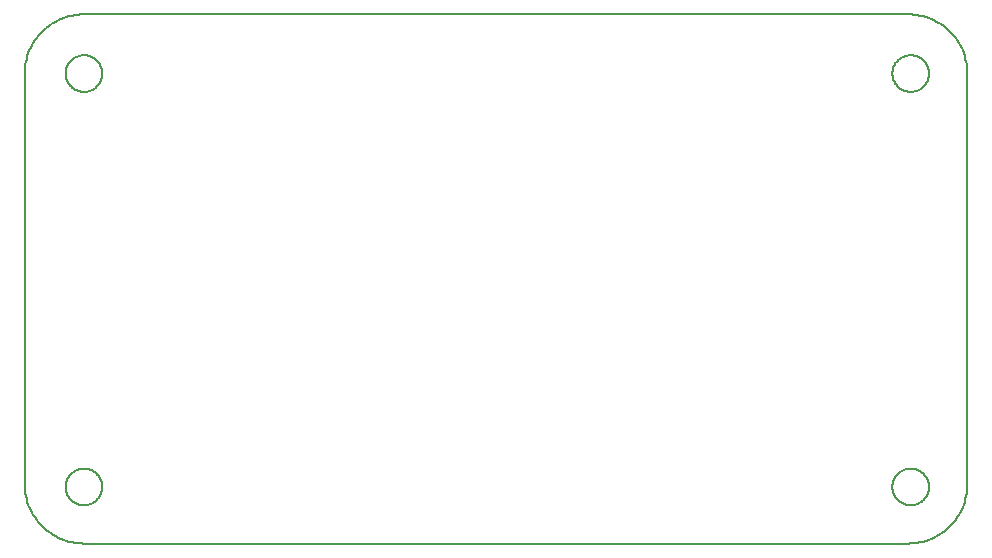
<source format=gm1>
%TF.GenerationSoftware,KiCad,Pcbnew,7.0.10*%
%TF.CreationDate,2024-02-26T14:54:02+00:00*%
%TF.ProjectId,rp2040_game_con,72703230-3430-45f6-9761-6d655f636f6e,rev?*%
%TF.SameCoordinates,Original*%
%TF.FileFunction,Profile,NP*%
%FSLAX46Y46*%
G04 Gerber Fmt 4.6, Leading zero omitted, Abs format (unit mm)*
G04 Created by KiCad (PCBNEW 7.0.10) date 2024-02-26 14:54:02*
%MOMM*%
%LPD*%
G01*
G04 APERTURE LIST*
%TA.AperFunction,Profile*%
%ADD10C,0.199999*%
%TD*%
G04 APERTURE END LIST*
D10*
X153514038Y-79996049D02*
X153457797Y-79947331D01*
X159293480Y-78857294D02*
X159274172Y-79111217D01*
X153019665Y-78339070D02*
X153044034Y-78267050D01*
X83457815Y-79947331D02*
X83403985Y-79896009D01*
X158907061Y-80546223D02*
X158806932Y-80767704D01*
X83633380Y-45085284D02*
X83572610Y-45042070D01*
X79601583Y-42792326D02*
X79657414Y-42550423D01*
X82998798Y-44187369D02*
X82981491Y-44112379D01*
X153827994Y-42402848D02*
X153896653Y-42371808D01*
X154812362Y-80318504D02*
X154736033Y-80332135D01*
X83967058Y-77344049D02*
X84039077Y-77319681D01*
X83828011Y-42402848D02*
X83896670Y-42371808D01*
X82958003Y-78641513D02*
X82967860Y-78563942D01*
X82967860Y-78563942D02*
X82981491Y-78487613D01*
X155897139Y-43128012D02*
X155928179Y-43196671D01*
X153044034Y-79332934D02*
X153019665Y-79260914D01*
X85928192Y-78196663D02*
X85955945Y-78267050D01*
X84341521Y-77257999D02*
X84420237Y-77252013D01*
X152951997Y-43879763D02*
X152949980Y-43800000D01*
X155061436Y-83542384D02*
X154811207Y-83574180D01*
X83352662Y-44842185D02*
X83303945Y-44785944D01*
X155742055Y-44727390D02*
X155696040Y-44785944D01*
X83457815Y-77652656D02*
X83514056Y-77603939D01*
X155696040Y-42814057D02*
X155742055Y-42872611D01*
X82967860Y-79036041D02*
X82958003Y-78958470D01*
X159242375Y-43038550D02*
X159274172Y-43288780D01*
X153514038Y-42603946D02*
X153572593Y-42557931D01*
X82952017Y-43879763D02*
X82950000Y-43800000D01*
X153352644Y-42757816D02*
X153403966Y-42703986D01*
X154736033Y-80332135D02*
X154658462Y-80341992D01*
X154579746Y-45347983D02*
X154499983Y-45349999D01*
X156467692Y-39293056D02*
X156683282Y-39403474D01*
X153214697Y-42933381D02*
X153257911Y-42872611D01*
X153457797Y-77652656D02*
X153514038Y-77603939D01*
X83633380Y-77514711D02*
X83696268Y-77474394D01*
X86047982Y-78879754D02*
X86041996Y-78958470D01*
X82967860Y-43563951D02*
X82981491Y-43487621D01*
X155171973Y-77402842D02*
X155238806Y-77437072D01*
X85542184Y-44947338D02*
X85485943Y-44996055D01*
X156041984Y-78958470D02*
X156032127Y-79036041D01*
X155955932Y-44332942D02*
X155928179Y-44403330D01*
X84499999Y-77249996D02*
X84579762Y-77252013D01*
X155980301Y-43339078D02*
X156001188Y-43412631D01*
X153257911Y-77872604D02*
X153303926Y-77814050D01*
X155596000Y-77703979D02*
X155647323Y-77757809D01*
X156032127Y-43563951D02*
X156041984Y-43641522D01*
X156892667Y-82876129D02*
X156683282Y-82996523D01*
X84187621Y-77281487D02*
X84263950Y-77267856D01*
X152957983Y-78958470D02*
X152951997Y-78879754D01*
X153044034Y-78267050D02*
X153071787Y-78196663D01*
X85785283Y-79666612D02*
X85742069Y-79727382D01*
X84499999Y-42250001D02*
X84579762Y-42252018D01*
X155696040Y-44785944D02*
X155647323Y-44842185D01*
X85825600Y-44603731D02*
X85785283Y-44666620D01*
X81138113Y-40098911D02*
X81319536Y-39941758D01*
X81704453Y-82746075D02*
X81508421Y-82606673D01*
X155647323Y-42757816D02*
X155696040Y-42814057D01*
X84263950Y-42267861D02*
X84341521Y-42258004D01*
X83214716Y-79666612D02*
X83174399Y-79603724D01*
X85103329Y-42371808D02*
X85171988Y-42402848D01*
X155366604Y-42514717D02*
X155427374Y-42557931D01*
X153019665Y-44260923D02*
X152998778Y-44187369D01*
X83044054Y-79332934D02*
X83019685Y-79260914D01*
X84112630Y-42298800D02*
X84187621Y-42281492D01*
X85366619Y-45085284D02*
X85303730Y-45125601D01*
X156049986Y-43800000D02*
X156047969Y-43879763D01*
X84112630Y-80301196D02*
X84039077Y-80280309D01*
X85485943Y-42603946D02*
X85542184Y-42652663D01*
X158306663Y-81591577D02*
X158158229Y-81780461D01*
X82332293Y-39293056D02*
X82553774Y-39192926D01*
X84187621Y-42281492D02*
X84263950Y-42267861D01*
X152981471Y-78487613D02*
X152998778Y-78412623D01*
X83896670Y-80228187D02*
X83828011Y-80197147D01*
X83044054Y-44332942D02*
X83019685Y-44260923D01*
X80641757Y-81780461D02*
X80493323Y-81591577D01*
X155786832Y-83375205D02*
X155549563Y-83442582D01*
X155955932Y-78267050D02*
X155980301Y-78339070D01*
X154112614Y-77298794D02*
X154187604Y-77281487D01*
X85647337Y-77757809D02*
X85696054Y-77814050D01*
X152951997Y-78879754D02*
X152949980Y-78799992D01*
X155825587Y-44603731D02*
X155785270Y-44666620D01*
X153102828Y-43128012D02*
X153137058Y-43061179D01*
X82116703Y-39403474D02*
X82332293Y-39293056D01*
X153214697Y-77933374D02*
X153257911Y-77872604D01*
X80964466Y-82135531D02*
X80798910Y-81961884D01*
X153071787Y-78196663D02*
X153102828Y-78128004D01*
X155103313Y-77371802D02*
X155171973Y-77402842D01*
X83738549Y-83542384D02*
X83492325Y-83498413D01*
X86018508Y-78487613D02*
X86032139Y-78563942D01*
X84736049Y-45332140D02*
X84658478Y-45341997D01*
X153137058Y-43061179D02*
X153174380Y-42996269D01*
X156049986Y-78799992D02*
X156047969Y-78879754D01*
X156047969Y-43879763D02*
X156041984Y-43958479D01*
X156001188Y-78412623D02*
X156018496Y-78487613D01*
X83896670Y-42371808D02*
X83967058Y-42344055D01*
X155303715Y-45125601D02*
X155238806Y-45162923D01*
X86047982Y-43879763D02*
X86041996Y-43958479D01*
X83214716Y-42933381D02*
X83257930Y-42872611D01*
X155825587Y-42996269D02*
X155862909Y-43061179D01*
X155542169Y-77652656D02*
X155596000Y-77703979D01*
X154960906Y-77319681D02*
X155032925Y-77344049D01*
X81508421Y-82606673D02*
X81319536Y-82458239D01*
X85825600Y-79603724D02*
X85785283Y-79666612D01*
X82981491Y-79112371D02*
X82967860Y-79036041D01*
X83019685Y-44260923D02*
X82998798Y-44187369D01*
X85785283Y-44666620D02*
X85742069Y-44727390D01*
X85427389Y-45042070D02*
X85366619Y-45085284D01*
X83250422Y-83442582D02*
X83013153Y-83375205D01*
X154960906Y-42319686D02*
X155032925Y-42344055D01*
X84887368Y-77298794D02*
X84960922Y-77319681D01*
X153102828Y-79471981D02*
X153071787Y-79403322D01*
X85303730Y-42474400D02*
X85366619Y-42514717D01*
X84039077Y-42319686D02*
X84112630Y-42298800D01*
X85928192Y-43196671D02*
X85955945Y-43267059D01*
X83303945Y-44785944D02*
X83257930Y-44727390D01*
X82967860Y-44036050D02*
X82958003Y-43958479D01*
X153967041Y-80255941D02*
X153896653Y-80228187D01*
X156018496Y-44112379D02*
X156001188Y-44187369D01*
X85647337Y-42757816D02*
X85696054Y-42814057D01*
X155238806Y-45162923D02*
X155171973Y-45197153D01*
X154420220Y-42252018D02*
X154499983Y-42250001D01*
X153257911Y-44727390D02*
X153214697Y-44666620D01*
X153019665Y-43339078D02*
X153044034Y-43267059D01*
X85366619Y-77514711D02*
X85427389Y-77557925D01*
X155862909Y-78061171D02*
X155897139Y-78128004D01*
X83019685Y-43339078D02*
X83044054Y-43267059D01*
X83044054Y-78267050D02*
X83071807Y-78196663D01*
X153102828Y-78128004D02*
X153137058Y-78061171D01*
X80493323Y-40808422D02*
X80641757Y-40619537D01*
X155696040Y-77814050D02*
X155742055Y-77872604D01*
X84579762Y-80347978D02*
X84499999Y-80349995D01*
X83137077Y-44538822D02*
X83102847Y-44471989D01*
X82952017Y-43720237D02*
X82958003Y-43641522D01*
X85785283Y-77933374D02*
X85825600Y-77996262D01*
X82952017Y-78720229D02*
X82958003Y-78641513D01*
X154263934Y-45332140D02*
X154187604Y-45318509D01*
X79601583Y-79607671D02*
X79557612Y-79361447D01*
X84960922Y-77319681D02*
X85032941Y-77344049D01*
X154112614Y-42298800D02*
X154187604Y-42281492D01*
X155427374Y-80042063D02*
X155366604Y-80085278D01*
X83896670Y-45228193D02*
X83828011Y-45197153D01*
X84242700Y-38806507D02*
X84499999Y-38800001D01*
X153174380Y-77996262D02*
X153214697Y-77933374D01*
X83303945Y-42814057D02*
X83352662Y-42757816D01*
X154960906Y-45280315D02*
X154887352Y-45301201D01*
X83071807Y-78196663D02*
X83102847Y-78128004D01*
X159075196Y-80086844D02*
X158996587Y-80319164D01*
X83696268Y-45125601D02*
X83633380Y-45085284D01*
X155928179Y-44403330D02*
X155897139Y-44471989D01*
X82981491Y-78487613D02*
X82998798Y-78412623D01*
X153071787Y-44403330D02*
X153044034Y-44332942D01*
X155785270Y-77933374D02*
X155825587Y-77996262D01*
X84812378Y-42281492D02*
X84887368Y-42298800D01*
X158696513Y-80983294D02*
X158576119Y-81192679D01*
X86047982Y-78720229D02*
X86049999Y-78799992D01*
X155032925Y-42344055D02*
X155103313Y-42371808D01*
X79525815Y-79111217D02*
X79506506Y-78857294D01*
X155862909Y-43061179D02*
X155897139Y-43128012D01*
X83492325Y-83498413D02*
X83250422Y-83442582D01*
X154811207Y-38825816D02*
X155061436Y-38857613D01*
X84658478Y-77257999D02*
X84736049Y-77267856D01*
X155485928Y-79996049D02*
X155427374Y-80042063D01*
X157661872Y-82301087D02*
X157480450Y-82458239D01*
X85303730Y-77474394D02*
X85366619Y-77514711D01*
X83403985Y-42703986D02*
X83457815Y-42652663D01*
X154039060Y-42319686D02*
X154112614Y-42298800D01*
X81508421Y-39793324D02*
X81704453Y-39653923D01*
X153457797Y-44947338D02*
X153403966Y-44896015D01*
X84420237Y-45347983D02*
X84341521Y-45341997D01*
X85955945Y-78267050D02*
X85980314Y-78339070D01*
X155171973Y-80197147D02*
X155103313Y-80228187D01*
X153403966Y-44896015D02*
X153352644Y-44842185D01*
X83214716Y-77933374D02*
X83257930Y-77872604D01*
X85696054Y-77814050D02*
X85742069Y-77872604D01*
X86041996Y-78958470D02*
X86032139Y-79036041D01*
X79657414Y-42550423D02*
X79724790Y-42313154D01*
X153827994Y-45197153D02*
X153761161Y-45162923D01*
X85171988Y-77402842D02*
X85238821Y-77437072D01*
X153303926Y-42814057D02*
X153352644Y-42757816D01*
X83102847Y-43128012D02*
X83137077Y-43061179D01*
X155897139Y-44471989D02*
X155862909Y-44538822D01*
X154736033Y-42267861D02*
X154812362Y-42281492D01*
X85427389Y-80042063D02*
X85366619Y-80085278D01*
X83137077Y-79538814D02*
X83102847Y-79471981D01*
X155785270Y-44666620D02*
X155742055Y-44727390D01*
X84112630Y-77298794D02*
X84187621Y-77281487D01*
X155103313Y-45228193D02*
X155032925Y-45255946D01*
X85596014Y-42703986D02*
X85647337Y-42757816D01*
X84812378Y-77281487D02*
X84887368Y-77298794D01*
X155032925Y-45255946D02*
X154960906Y-45280315D01*
X83013153Y-39024792D02*
X83250422Y-38957415D01*
X153761161Y-77437072D02*
X153827994Y-77402842D01*
X158001076Y-40438114D02*
X158158229Y-40619537D01*
X155366604Y-77514711D02*
X155427374Y-77557925D01*
X80223867Y-81192679D02*
X80103473Y-80983294D01*
X82981491Y-44112379D02*
X82967860Y-44036050D01*
X159198404Y-42792326D02*
X159242375Y-43038550D01*
X158158229Y-81780461D02*
X158001076Y-81961884D01*
X153403966Y-79896009D02*
X153352644Y-79842178D01*
X155825587Y-77996262D02*
X155862909Y-78061171D01*
X155549563Y-83442582D02*
X155307660Y-83498413D01*
X155485928Y-77603939D02*
X155542169Y-77652656D01*
X81704453Y-39653923D02*
X81907318Y-39523868D01*
X83137077Y-78061171D02*
X83174399Y-77996262D01*
X80641757Y-40619537D02*
X80798910Y-40438114D01*
X153102828Y-44471989D02*
X153071787Y-44403330D01*
X157835519Y-40264467D02*
X158001076Y-40438114D01*
X153071787Y-79403322D02*
X153044034Y-79332934D01*
X153044034Y-43267059D02*
X153071787Y-43196671D01*
X156047969Y-78720229D02*
X156049986Y-78799992D01*
X153019665Y-79260914D02*
X152998778Y-79187361D01*
X83102847Y-79471981D02*
X83071807Y-79403322D01*
X79724790Y-42313154D02*
X79803399Y-42080833D01*
X85980314Y-44260923D02*
X85955945Y-44332942D01*
X156018496Y-79112371D02*
X156001188Y-79187361D01*
X86041996Y-43641522D02*
X86047982Y-43720237D01*
X154039060Y-80280309D02*
X153967041Y-80255941D01*
X83019685Y-79260914D02*
X82998798Y-79187361D01*
X80353922Y-81395544D02*
X80223867Y-81192679D01*
X155980301Y-44260923D02*
X155955932Y-44332942D01*
X84499999Y-45349999D02*
X84420237Y-45347983D01*
X155485928Y-42603946D02*
X155542169Y-42652663D01*
X156246211Y-83207071D02*
X156019153Y-83296597D01*
X155862909Y-79538814D02*
X155825587Y-79603724D01*
X84658478Y-45341997D02*
X84579762Y-45347983D01*
X154736033Y-77267856D02*
X154812362Y-77281487D01*
X152957983Y-43641522D02*
X152967840Y-43563951D01*
X153352644Y-77757809D02*
X153403966Y-77703979D01*
X154579746Y-42252018D02*
X154658462Y-42258004D01*
X83102847Y-78128004D02*
X83137077Y-78061171D01*
X154187604Y-45318509D02*
X154112614Y-45301201D01*
X155303715Y-77474394D02*
X155366604Y-77514711D01*
X155647323Y-44842185D02*
X155596000Y-44896015D01*
X156683282Y-82996523D02*
X156467692Y-83106941D01*
X156001188Y-79187361D02*
X155980301Y-79260914D01*
X153696251Y-45125601D02*
X153633363Y-45085284D01*
X84887368Y-42298800D02*
X84960922Y-42319686D01*
X159274172Y-43288780D02*
X159293480Y-43542701D01*
X154263934Y-42267861D02*
X154341505Y-42258004D01*
X155742055Y-77872604D02*
X155785270Y-77933374D01*
X157661872Y-40098911D02*
X157835519Y-40264467D01*
X79803399Y-80319164D02*
X79724790Y-80086844D01*
X79657414Y-79849574D02*
X79601583Y-79607671D01*
X159198404Y-79607671D02*
X159142573Y-79849574D01*
X85980314Y-79260914D02*
X85955945Y-79332934D01*
X85955945Y-43267059D02*
X85980314Y-43339078D01*
X85103329Y-45228193D02*
X85032941Y-45255946D01*
X83988779Y-83574180D02*
X83738549Y-83542384D01*
X155742055Y-79727382D02*
X155696040Y-79785937D01*
X86041996Y-43958479D02*
X86032139Y-44036050D01*
X85485943Y-77603939D02*
X85542184Y-77652656D01*
X154341505Y-80341992D02*
X154263934Y-80332135D01*
X85785283Y-42933381D02*
X85825600Y-42996269D01*
X152998778Y-43412631D02*
X153019665Y-43339078D01*
X82553774Y-39192926D02*
X82780832Y-39103400D01*
X82950000Y-78799992D02*
X82952017Y-78720229D01*
X85366619Y-42514717D02*
X85427389Y-42557931D01*
X80798910Y-40438114D02*
X80964466Y-40264467D01*
X84736049Y-42267861D02*
X84812378Y-42281492D01*
X153214697Y-79666612D02*
X153174380Y-79603724D01*
X156001188Y-44187369D02*
X155980301Y-44260923D01*
X154039060Y-45280315D02*
X153967041Y-45255946D01*
X85238821Y-77437072D02*
X85303730Y-77474394D01*
X153137058Y-79538814D02*
X153102828Y-79471981D01*
X84579762Y-42252018D02*
X84658478Y-42258004D01*
X156892667Y-39523868D02*
X157095533Y-39653923D01*
X155862909Y-44538822D02*
X155825587Y-44603731D01*
X85238821Y-45162923D02*
X85171988Y-45197153D01*
X83514056Y-79996049D02*
X83457815Y-79947331D01*
X82553774Y-83207071D02*
X82332293Y-83106941D01*
X154557285Y-83593489D02*
X154299986Y-83599995D01*
X85485943Y-44996055D02*
X85427389Y-45042070D01*
X83967058Y-80255941D02*
X83896670Y-80228187D01*
X83403985Y-79896009D02*
X83352662Y-79842178D01*
X155596000Y-79896009D02*
X155542169Y-79947331D01*
X83633380Y-42514717D02*
X83696268Y-42474400D01*
X85366619Y-80085278D02*
X85303730Y-80125595D01*
X155786832Y-39024792D02*
X156019153Y-39103400D01*
X153137058Y-44538822D02*
X153102828Y-44471989D01*
X155238806Y-42437078D02*
X155303715Y-42474400D01*
X81319536Y-82458239D02*
X81138113Y-82301087D01*
X158996587Y-42080833D02*
X159075196Y-42313154D01*
X156018496Y-78487613D02*
X156032127Y-78563942D01*
X85596014Y-79896009D02*
X85542184Y-79947331D01*
X153761161Y-42437078D02*
X153827994Y-42402848D01*
X154499983Y-77249996D02*
X154579746Y-77252013D01*
X83352662Y-42757816D02*
X83403985Y-42703986D01*
X157095533Y-39653923D02*
X157291565Y-39793324D01*
X79892925Y-41853775D02*
X79993055Y-41632294D01*
X85897152Y-43128012D02*
X85928192Y-43196671D01*
X153827994Y-80197147D02*
X153761161Y-80162917D01*
X83257930Y-42872611D02*
X83303945Y-42814057D01*
X156041984Y-78641513D02*
X156047969Y-78720229D01*
X84039077Y-45280315D02*
X83967058Y-45255946D01*
X83403985Y-44896015D02*
X83352662Y-44842185D01*
X154887352Y-77298794D02*
X154960906Y-77319681D01*
X79557612Y-79361447D02*
X79525815Y-79111217D01*
X154658462Y-80341992D02*
X154579746Y-80347978D01*
X154299986Y-38800001D02*
X154557285Y-38806507D01*
X82952017Y-78879754D02*
X82950000Y-78799992D01*
X155303715Y-80125595D02*
X155238806Y-80162917D01*
X83828011Y-45197153D02*
X83761178Y-45162923D01*
X85862922Y-78061171D02*
X85897152Y-78128004D01*
X155980301Y-79260914D02*
X155955932Y-79332934D01*
X83761178Y-42437078D02*
X83828011Y-42402848D01*
X85303730Y-80125595D02*
X85238821Y-80162917D01*
X83071807Y-44403330D02*
X83044054Y-44332942D01*
X85696054Y-79785937D02*
X85647337Y-79842178D01*
X155897139Y-78128004D02*
X155928179Y-78196663D01*
X158576119Y-81192679D02*
X158446064Y-81395544D01*
X154039060Y-77319681D02*
X154112614Y-77298794D01*
X83633380Y-80085278D02*
X83572610Y-80042063D01*
X85238821Y-80162917D02*
X85171988Y-80197147D01*
X153352644Y-44842185D02*
X153303926Y-44785944D01*
X158696513Y-41416704D02*
X158806932Y-41632294D01*
X85647337Y-44842185D02*
X85596014Y-44896015D01*
X156001188Y-43412631D02*
X156018496Y-43487621D01*
X154499983Y-45349999D02*
X154420220Y-45347983D01*
X83019685Y-78339070D02*
X83044054Y-78267050D01*
X86049999Y-43800000D02*
X86047982Y-43879763D01*
X82958003Y-78958470D02*
X82952017Y-78879754D01*
X84499999Y-80349995D02*
X84420237Y-80347978D01*
X85955945Y-44332942D02*
X85928192Y-44403330D01*
X85980314Y-78339070D02*
X86001201Y-78412623D01*
X84960922Y-42319686D02*
X85032941Y-42344055D01*
X159242375Y-79361447D02*
X159198404Y-79607671D01*
X85032941Y-77344049D02*
X85103329Y-77371802D01*
X83514056Y-44996055D02*
X83457815Y-44947338D01*
X83214716Y-44666620D02*
X83174399Y-44603731D01*
X85427389Y-42557931D02*
X85485943Y-42603946D01*
X156683282Y-39403474D02*
X156892667Y-39523868D01*
X154887352Y-45301201D02*
X154812362Y-45318509D01*
X153696251Y-80125595D02*
X153633363Y-80085278D01*
X81907318Y-82876129D02*
X81704453Y-82746075D01*
X155103313Y-42371808D02*
X155171973Y-42402848D01*
X153633363Y-42514717D02*
X153696251Y-42474400D01*
X158806932Y-41632294D02*
X158907061Y-41853775D01*
X84187621Y-45318509D02*
X84112630Y-45301201D01*
X153572593Y-77557925D02*
X153633363Y-77514711D01*
X85696054Y-44785944D02*
X85647337Y-44842185D01*
X155427374Y-77557925D02*
X155485928Y-77603939D01*
X153044034Y-44332942D02*
X153019665Y-44260923D01*
X155238806Y-80162917D02*
X155171973Y-80197147D01*
X152981471Y-44112379D02*
X152967840Y-44036050D01*
X82950000Y-43800000D02*
X82952017Y-43720237D01*
X85742069Y-77872604D02*
X85785283Y-77933374D01*
X155171973Y-45197153D02*
X155103313Y-45228193D01*
X84736049Y-80332135D02*
X84658478Y-80341992D01*
X86018508Y-79112371D02*
X86001201Y-79187361D01*
X152949980Y-43800000D02*
X152951997Y-43720237D01*
X155928179Y-43196671D02*
X155955932Y-43267059D01*
X152951997Y-43720237D02*
X152957983Y-43641522D01*
X155785270Y-42933381D02*
X155825587Y-42996269D01*
X85742069Y-44727390D02*
X85696054Y-44785944D01*
X85171988Y-80197147D02*
X85103329Y-80228187D01*
X85032941Y-42344055D02*
X85103329Y-42371808D01*
X153967041Y-77344049D02*
X154039060Y-77319681D01*
X84960922Y-45280315D02*
X84887368Y-45301201D01*
X153403966Y-77703979D02*
X153457797Y-77652656D01*
X85862922Y-79538814D02*
X85825600Y-79603724D01*
X80103473Y-80983294D02*
X79993055Y-80767704D01*
X153303926Y-77814050D02*
X153352644Y-77757809D01*
X82998798Y-79187361D02*
X82981491Y-79112371D01*
X155955932Y-79332934D02*
X155928179Y-79403322D01*
X153967041Y-45255946D02*
X153896653Y-45228193D01*
X83303945Y-79785937D02*
X83257930Y-79727382D01*
X152998778Y-44187369D02*
X152981471Y-44112379D01*
X86001201Y-43412631D02*
X86018508Y-43487621D01*
X79557612Y-43038550D02*
X79601583Y-42792326D01*
X84263950Y-77267856D02*
X84341521Y-77257999D01*
X84263950Y-45332140D02*
X84187621Y-45318509D01*
X154960906Y-80280309D02*
X154887352Y-80301196D01*
X85542184Y-77652656D02*
X85596014Y-77703979D01*
X81319536Y-39941758D02*
X81508421Y-39793324D01*
X83457815Y-44947338D02*
X83403985Y-44896015D01*
X83967058Y-45255946D02*
X83896670Y-45228193D01*
X84960922Y-80280309D02*
X84887368Y-80301196D01*
X82998798Y-78412623D02*
X83019685Y-78339070D01*
X83257930Y-44727390D02*
X83214716Y-44666620D01*
X153214697Y-44666620D02*
X153174380Y-44603731D01*
X153174380Y-42996269D02*
X153214697Y-42933381D01*
X155238806Y-77437072D02*
X155303715Y-77474394D01*
X155549563Y-38957415D02*
X155786832Y-39024792D01*
X80798910Y-81961884D02*
X80641757Y-81780461D01*
X83696268Y-80125595D02*
X83633380Y-80085278D01*
X156041984Y-43641522D02*
X156047969Y-43720237D01*
X155485928Y-44996055D02*
X155427374Y-45042070D01*
X83492325Y-38901584D02*
X83738549Y-38857613D01*
X84499999Y-83599995D02*
X84242700Y-83593489D01*
X158576119Y-41207319D02*
X158696513Y-41416704D01*
X157835519Y-82135531D02*
X157661872Y-82301087D01*
X85596014Y-44896015D02*
X85542184Y-44947338D01*
X155596000Y-42703986D02*
X155647323Y-42757816D01*
X83828011Y-77402842D02*
X83896670Y-77371802D01*
X159299986Y-78599995D02*
X159293480Y-78857294D01*
X156032127Y-79036041D02*
X156018496Y-79112371D01*
X83738549Y-38857613D02*
X83988779Y-38825816D01*
X85897152Y-79471981D02*
X85862922Y-79538814D01*
X155955932Y-43267059D02*
X155980301Y-43339078D01*
X152967840Y-79036041D02*
X152957983Y-78958470D01*
X153572593Y-45042070D02*
X153514038Y-44996055D01*
X83457815Y-42652663D02*
X83514056Y-42603946D01*
X154812362Y-42281492D02*
X154887352Y-42298800D01*
X155897139Y-79471981D02*
X155862909Y-79538814D01*
X155307660Y-83498413D02*
X155061436Y-83542384D01*
X154811207Y-83574180D02*
X154557285Y-83593489D01*
X155061436Y-38857613D02*
X155307660Y-38901584D01*
X86032139Y-43563951D02*
X86041996Y-43641522D01*
X153174380Y-79603724D02*
X153137058Y-79538814D01*
X154887352Y-80301196D02*
X154812362Y-80318504D01*
X84420237Y-42252018D02*
X84499999Y-42250001D01*
X154736033Y-45332140D02*
X154658462Y-45341997D01*
X85103329Y-77371802D02*
X85171988Y-77402842D01*
X153633363Y-77514711D02*
X153696251Y-77474394D01*
X153967041Y-42344055D02*
X154039060Y-42319686D01*
X153303926Y-79785937D02*
X153257911Y-79727382D01*
X156246211Y-39192926D02*
X156467692Y-39293056D01*
X153761161Y-80162917D02*
X153696251Y-80125595D01*
X82958003Y-43641522D02*
X82967860Y-43563951D01*
X85825600Y-77996262D02*
X85862922Y-78061171D01*
X86001201Y-79187361D02*
X85980314Y-79260914D01*
X155032925Y-77344049D02*
X155103313Y-77371802D01*
X153896653Y-80228187D02*
X153827994Y-80197147D01*
X153696251Y-42474400D02*
X153761161Y-42437078D01*
X157291565Y-39793324D02*
X157480450Y-39941758D01*
X80103473Y-41416704D02*
X80223867Y-41207319D01*
X85647337Y-79842178D02*
X85596014Y-79896009D01*
X86001201Y-44187369D02*
X85980314Y-44260923D01*
X83967058Y-42344055D02*
X84039077Y-42319686D01*
X154263934Y-77267856D02*
X154341505Y-77257999D01*
X86001201Y-78412623D02*
X86018508Y-78487613D01*
X155647323Y-77757809D02*
X155696040Y-77814050D01*
X154341505Y-45341997D02*
X154263934Y-45332140D01*
X159142573Y-42550423D02*
X159198404Y-42792326D01*
X152967840Y-43563951D02*
X152981471Y-43487621D01*
X83303945Y-77814050D02*
X83352662Y-77757809D01*
X156047969Y-78879754D02*
X156041984Y-78958470D01*
X86018508Y-44112379D02*
X86001201Y-44187369D01*
X79500000Y-78599995D02*
X79500000Y-43800000D01*
X81907318Y-39523868D02*
X82116703Y-39403474D01*
X159293480Y-43542701D02*
X159299986Y-43800000D01*
X85980314Y-43339078D02*
X86001201Y-43412631D01*
X154112614Y-45301201D02*
X154039060Y-45280315D01*
X157480450Y-82458239D02*
X157291565Y-82606673D01*
X79803399Y-42080833D02*
X79892925Y-41853775D01*
X153174380Y-44603731D02*
X153137058Y-44538822D01*
X156032127Y-44036050D02*
X156018496Y-44112379D01*
X155596000Y-44896015D02*
X155542169Y-44947338D01*
X82958003Y-43958479D02*
X82952017Y-43879763D01*
X153514038Y-77603939D02*
X153572593Y-77557925D01*
X155032925Y-80255941D02*
X154960906Y-80280309D01*
X83572610Y-42557931D02*
X83633380Y-42514717D01*
X155171973Y-42402848D02*
X155238806Y-42437078D01*
X80353922Y-41004454D02*
X80493323Y-40808422D01*
X155303715Y-42474400D02*
X155366604Y-42514717D01*
X83137077Y-43061179D02*
X83174399Y-42996269D01*
X155542169Y-79947331D02*
X155485928Y-79996049D01*
X155427374Y-42557931D02*
X155485928Y-42603946D01*
X83761178Y-77437072D02*
X83828011Y-77402842D01*
X155366604Y-45085284D02*
X155303715Y-45125601D01*
X79506506Y-78857294D02*
X79500000Y-78599995D01*
X153303926Y-44785944D02*
X153257911Y-44727390D01*
X155427374Y-45042070D02*
X155366604Y-45085284D01*
X84341521Y-80341992D02*
X84263950Y-80332135D01*
X153257911Y-79727382D02*
X153214697Y-79666612D01*
X84242700Y-83593489D02*
X83988779Y-83574180D01*
X154420220Y-77252013D02*
X154499983Y-77249996D01*
X155928179Y-78196663D02*
X155955932Y-78267050D01*
X152981471Y-79112371D02*
X152967840Y-79036041D01*
X85696054Y-42814057D02*
X85742069Y-42872611D01*
X83828011Y-80197147D02*
X83761178Y-80162917D01*
X156041984Y-43958479D02*
X156032127Y-44036050D01*
X156047969Y-43720237D02*
X156049986Y-43800000D01*
X84658478Y-80341992D02*
X84579762Y-80347978D01*
X154499983Y-80349995D02*
X154420220Y-80347978D01*
X153257911Y-42872611D02*
X153303926Y-42814057D01*
X154499983Y-42250001D02*
X154579746Y-42252018D01*
X84341521Y-42258004D02*
X84420237Y-42252018D01*
X83174399Y-77996262D02*
X83214716Y-77933374D01*
X83071807Y-43196671D02*
X83102847Y-43128012D01*
X86018508Y-43487621D02*
X86032139Y-43563951D01*
X79993055Y-41632294D02*
X80103473Y-41416704D01*
X84039077Y-80280309D02*
X83967058Y-80255941D01*
X83896670Y-77371802D02*
X83967058Y-77344049D01*
X156019153Y-83296597D02*
X155786832Y-83375205D01*
X84499999Y-38800001D02*
X154299986Y-38800001D01*
X154658462Y-45341997D02*
X154579746Y-45347983D01*
X83044054Y-43267059D02*
X83071807Y-43196671D01*
X153633363Y-45085284D02*
X153572593Y-45042070D01*
X84579762Y-77252013D02*
X84658478Y-77257999D01*
X79724790Y-80086844D02*
X79657414Y-79849574D01*
X82981491Y-43487621D02*
X82998798Y-43412631D01*
X84420237Y-80347978D02*
X84341521Y-80341992D01*
X158446064Y-81395544D02*
X158306663Y-81591577D01*
X154263934Y-80332135D02*
X154187604Y-80318504D01*
X83174399Y-42996269D02*
X83214716Y-42933381D01*
X152981471Y-43487621D02*
X152998778Y-43412631D01*
X85928192Y-79403322D02*
X85897152Y-79471981D01*
X158446064Y-41004454D02*
X158576119Y-41207319D01*
X158001076Y-81961884D02*
X157835519Y-82135531D01*
X83696268Y-77474394D02*
X83761178Y-77437072D01*
X85955945Y-79332934D02*
X85928192Y-79403322D01*
X156467692Y-83106941D02*
X156246211Y-83207071D01*
X86047982Y-43720237D02*
X86049999Y-43800000D01*
X83403985Y-77703979D02*
X83457815Y-77652656D01*
X155366604Y-80085278D02*
X155303715Y-80125595D01*
X84420237Y-77252013D02*
X84499999Y-77249996D01*
X156032127Y-78563942D02*
X156041984Y-78641513D01*
X84039077Y-77319681D02*
X84112630Y-77298794D01*
X156019153Y-39103400D02*
X156246211Y-39192926D01*
X154341505Y-77257999D02*
X154420220Y-77252013D01*
X82998798Y-43412631D02*
X83019685Y-43339078D01*
X155928179Y-79403322D02*
X155897139Y-79471981D01*
X153457797Y-79947331D02*
X153403966Y-79896009D01*
X82332293Y-83106941D02*
X82116703Y-82996523D01*
X83352662Y-77757809D02*
X83403985Y-77703979D01*
X155647323Y-79842178D02*
X155596000Y-79896009D01*
X85542184Y-79947331D02*
X85485943Y-79996049D01*
X85862922Y-43061179D02*
X85897152Y-43128012D01*
X83257930Y-77872604D02*
X83303945Y-77814050D01*
X83174399Y-44603731D02*
X83137077Y-44538822D01*
X152957983Y-43958479D02*
X152951997Y-43879763D01*
X83250422Y-38957415D02*
X83492325Y-38901584D01*
X79892925Y-80546223D02*
X79803399Y-80319164D01*
X153896653Y-45228193D02*
X153827994Y-45197153D01*
X152967840Y-78563942D02*
X152981471Y-78487613D01*
X85897152Y-44471989D02*
X85862922Y-44538822D01*
X83988779Y-38825816D02*
X84242700Y-38806507D01*
X83352662Y-79842178D02*
X83303945Y-79785937D01*
X155980301Y-78339070D02*
X156001188Y-78412623D01*
X85427389Y-77557925D02*
X85485943Y-77603939D01*
X158996587Y-80319164D02*
X158907061Y-80546223D01*
X154420220Y-45347983D02*
X154341505Y-45341997D01*
X80493323Y-81591577D02*
X80353922Y-81395544D01*
X158306663Y-40808422D02*
X158446064Y-41004454D01*
X82116703Y-82996523D02*
X81907318Y-82876129D01*
X154187604Y-77281487D02*
X154263934Y-77267856D01*
X152951997Y-78720229D02*
X152957983Y-78641513D01*
X152998778Y-79187361D02*
X152981471Y-79112371D01*
X159142573Y-79849574D02*
X159075196Y-80086844D01*
X155825587Y-79603724D02*
X155785270Y-79666612D01*
X154658462Y-42258004D02*
X154736033Y-42267861D01*
X154579746Y-77252013D02*
X154658462Y-77257999D01*
X153827994Y-77402842D02*
X153896653Y-77371802D01*
X85742069Y-42872611D02*
X85785283Y-42933381D01*
X85103329Y-80228187D02*
X85032941Y-80255941D01*
X152957983Y-78641513D02*
X152967840Y-78563942D01*
X85238821Y-42437078D02*
X85303730Y-42474400D01*
X84812378Y-45318509D02*
X84736049Y-45332140D01*
X153633363Y-80085278D02*
X153572593Y-80042063D01*
X158806932Y-80767704D02*
X158696513Y-80983294D01*
X83174399Y-79603724D02*
X83137077Y-79538814D01*
X153572593Y-42557931D02*
X153633363Y-42514717D01*
X153352644Y-79842178D02*
X153303926Y-79785937D01*
X152998778Y-78412623D02*
X153019665Y-78339070D01*
X86032139Y-44036050D02*
X86018508Y-44112379D01*
X154187604Y-42281492D02*
X154263934Y-42267861D01*
X157095533Y-82746075D02*
X156892667Y-82876129D01*
X84187621Y-80318504D02*
X84112630Y-80301196D01*
X85171988Y-45197153D02*
X85103329Y-45228193D01*
X154887352Y-42298800D02*
X154960906Y-42319686D01*
X84658478Y-42258004D02*
X84736049Y-42267861D01*
X83696268Y-42474400D02*
X83761178Y-42437078D01*
X84263950Y-80332135D02*
X84187621Y-80318504D01*
X155103313Y-80228187D02*
X155032925Y-80255941D01*
X80223867Y-41207319D02*
X80353922Y-41004454D01*
X154579746Y-80347978D02*
X154499983Y-80349995D01*
X85485943Y-79996049D02*
X85427389Y-80042063D01*
X85897152Y-78128004D02*
X85928192Y-78196663D01*
X153137058Y-78061171D02*
X153174380Y-77996262D01*
X159299986Y-43800000D02*
X159299986Y-78599995D01*
X155742055Y-42872611D02*
X155785270Y-42933381D01*
X85825600Y-42996269D02*
X85862922Y-43061179D01*
X80964466Y-40264467D02*
X81138113Y-40098911D01*
X83761178Y-45162923D02*
X83696268Y-45125601D01*
X86032139Y-79036041D02*
X86018508Y-79112371D01*
X85862922Y-44538822D02*
X85825600Y-44603731D01*
X86032139Y-78563942D02*
X86041996Y-78641513D01*
X153071787Y-43196671D02*
X153102828Y-43128012D01*
X155307660Y-38901584D02*
X155549563Y-38957415D01*
X85032941Y-80255941D02*
X84960922Y-80280309D01*
X82780832Y-83296597D02*
X82553774Y-83207071D01*
X153696251Y-77474394D02*
X153761161Y-77437072D01*
X84341521Y-45341997D02*
X84263950Y-45332140D01*
X85303730Y-45125601D02*
X85238821Y-45162923D01*
X157480450Y-39941758D02*
X157661872Y-40098911D01*
X153896653Y-77371802D02*
X153967041Y-77344049D01*
X83514056Y-42603946D02*
X83572610Y-42557931D01*
X83572610Y-80042063D02*
X83514056Y-79996049D01*
X83102847Y-44471989D02*
X83071807Y-44403330D01*
X85542184Y-42652663D02*
X85596014Y-42703986D01*
X154299986Y-83599995D02*
X84499999Y-83599995D01*
X83257930Y-79727382D02*
X83214716Y-79666612D01*
X84812378Y-80318504D02*
X84736049Y-80332135D01*
X153514038Y-44996055D02*
X153457797Y-44947338D01*
X155696040Y-79785937D02*
X155647323Y-79842178D01*
X82780832Y-39103400D02*
X83013153Y-39024792D01*
X84579762Y-45347983D02*
X84499999Y-45349999D01*
X153457797Y-42652663D02*
X153514038Y-42603946D01*
X153572593Y-80042063D02*
X153514038Y-79996049D01*
X85742069Y-79727382D02*
X85696054Y-79785937D01*
X83761178Y-80162917D02*
X83696268Y-80125595D01*
X154112614Y-80301196D02*
X154039060Y-80280309D01*
X83572610Y-45042070D02*
X83514056Y-44996055D01*
X83514056Y-77603939D02*
X83572610Y-77557925D01*
X85032941Y-45255946D02*
X84960922Y-45280315D01*
X83071807Y-79403322D02*
X83044054Y-79332934D01*
X86041996Y-78641513D02*
X86047982Y-78720229D01*
X84887368Y-45301201D02*
X84812378Y-45318509D01*
X154812362Y-77281487D02*
X154887352Y-77298794D01*
X84736049Y-77267856D02*
X84812378Y-77281487D01*
X79993055Y-80767704D02*
X79892925Y-80546223D01*
X154187604Y-80318504D02*
X154112614Y-80301196D01*
X154812362Y-45318509D02*
X154736033Y-45332140D01*
X84887368Y-80301196D02*
X84812378Y-80318504D01*
X152967840Y-44036050D02*
X152957983Y-43958479D01*
X86049999Y-78799992D02*
X86047982Y-78879754D01*
X79506506Y-43542701D02*
X79525815Y-43288780D01*
X79500000Y-43800000D02*
X79506506Y-43542701D01*
X83013153Y-83375205D02*
X82780832Y-83296597D01*
X159075196Y-42313154D02*
X159142573Y-42550423D01*
X85928192Y-44403330D02*
X85897152Y-44471989D01*
X153896653Y-42371808D02*
X153967041Y-42344055D01*
X153403966Y-42703986D02*
X153457797Y-42652663D01*
X154420220Y-80347978D02*
X154341505Y-80341992D01*
X155785270Y-79666612D02*
X155742055Y-79727382D01*
X155542169Y-42652663D02*
X155596000Y-42703986D01*
X157291565Y-82606673D02*
X157095533Y-82746075D01*
X154658462Y-77257999D02*
X154736033Y-77267856D01*
X152949980Y-78799992D02*
X152951997Y-78720229D01*
X83572610Y-77557925D02*
X83633380Y-77514711D01*
X159274172Y-79111217D02*
X159242375Y-79361447D01*
X84112630Y-45301201D02*
X84039077Y-45280315D01*
X79525815Y-43288780D02*
X79557612Y-43038550D01*
X154557285Y-38806507D02*
X154811207Y-38825816D01*
X155542169Y-44947338D02*
X155485928Y-44996055D01*
X156018496Y-43487621D02*
X156032127Y-43563951D01*
X85171988Y-42402848D02*
X85238821Y-42437078D01*
X81138113Y-82301087D02*
X80964466Y-82135531D01*
X85596014Y-77703979D02*
X85647337Y-77757809D01*
X158158229Y-40619537D02*
X158306663Y-40808422D01*
X153761161Y-45162923D02*
X153696251Y-45125601D01*
X158907061Y-41853775D02*
X158996587Y-42080833D01*
X154341505Y-42258004D02*
X154420220Y-42252018D01*
M02*

</source>
